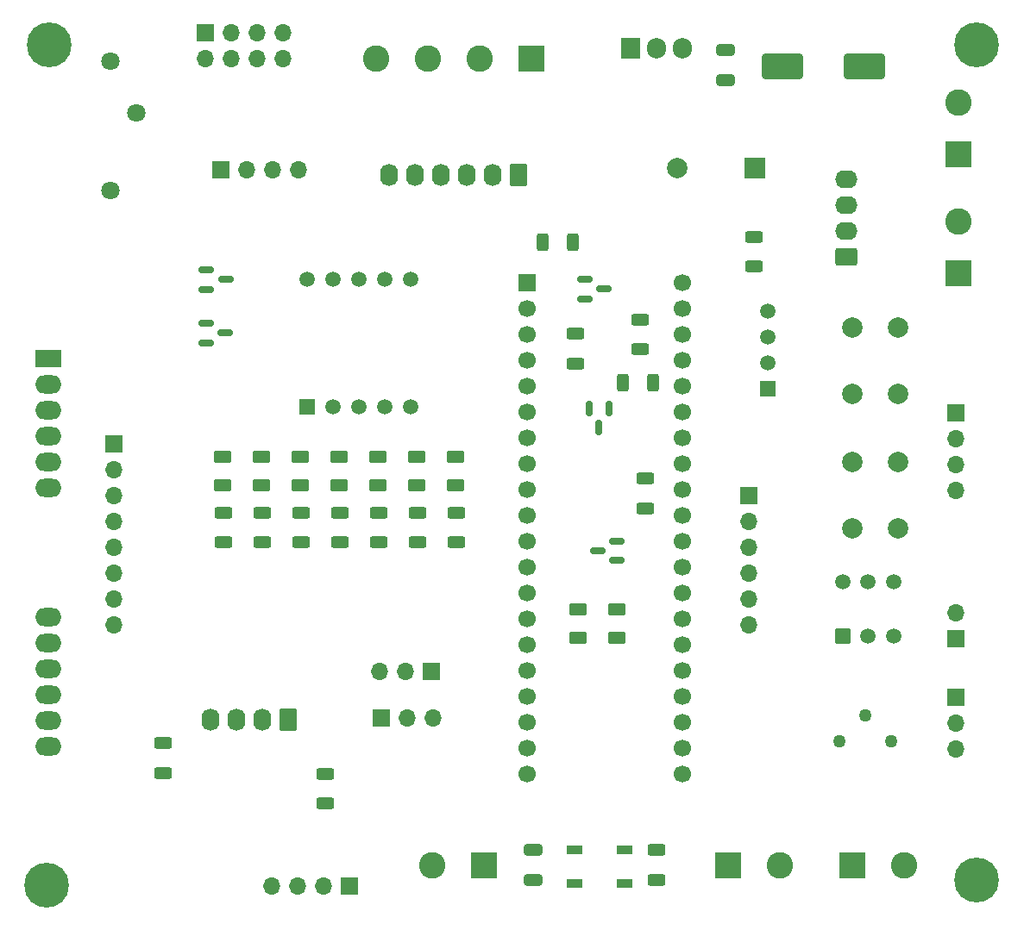
<source format=gts>
G04 #@! TF.GenerationSoftware,KiCad,Pcbnew,8.0.1*
G04 #@! TF.CreationDate,2024-03-31T20:51:03-03:00*
G04 #@! TF.ProjectId,Shield STM32 Bluepill,53686965-6c64-4205-9354-4d333220426c,2.0*
G04 #@! TF.SameCoordinates,Original*
G04 #@! TF.FileFunction,Soldermask,Top*
G04 #@! TF.FilePolarity,Negative*
%FSLAX46Y46*%
G04 Gerber Fmt 4.6, Leading zero omitted, Abs format (unit mm)*
G04 Created by KiCad (PCBNEW 8.0.1) date 2024-03-31 20:51:03*
%MOMM*%
%LPD*%
G01*
G04 APERTURE LIST*
G04 Aperture macros list*
%AMRoundRect*
0 Rectangle with rounded corners*
0 $1 Rounding radius*
0 $2 $3 $4 $5 $6 $7 $8 $9 X,Y pos of 4 corners*
0 Add a 4 corners polygon primitive as box body*
4,1,4,$2,$3,$4,$5,$6,$7,$8,$9,$2,$3,0*
0 Add four circle primitives for the rounded corners*
1,1,$1+$1,$2,$3*
1,1,$1+$1,$4,$5*
1,1,$1+$1,$6,$7*
1,1,$1+$1,$8,$9*
0 Add four rect primitives between the rounded corners*
20,1,$1+$1,$2,$3,$4,$5,0*
20,1,$1+$1,$4,$5,$6,$7,0*
20,1,$1+$1,$6,$7,$8,$9,0*
20,1,$1+$1,$8,$9,$2,$3,0*%
G04 Aperture macros list end*
%ADD10C,2.600000*%
%ADD11R,2.600000X2.600000*%
%ADD12RoundRect,0.250000X0.625000X-0.312500X0.625000X0.312500X-0.625000X0.312500X-0.625000X-0.312500X0*%
%ADD13RoundRect,0.150000X-0.587500X-0.150000X0.587500X-0.150000X0.587500X0.150000X-0.587500X0.150000X0*%
%ADD14RoundRect,0.250000X0.620000X0.845000X-0.620000X0.845000X-0.620000X-0.845000X0.620000X-0.845000X0*%
%ADD15O,1.740000X2.190000*%
%ADD16C,0.700000*%
%ADD17C,4.400000*%
%ADD18R,1.500000X1.500000*%
%ADD19C,1.500000*%
%ADD20R,1.700000X1.700000*%
%ADD21O,1.700000X1.700000*%
%ADD22RoundRect,0.250000X0.625000X-0.375000X0.625000X0.375000X-0.625000X0.375000X-0.625000X-0.375000X0*%
%ADD23C,2.000000*%
%ADD24R,2.000000X2.000000*%
%ADD25R,1.905000X2.000000*%
%ADD26O,1.905000X2.000000*%
%ADD27RoundRect,0.250000X-0.625000X0.312500X-0.625000X-0.312500X0.625000X-0.312500X0.625000X0.312500X0*%
%ADD28RoundRect,0.150000X-0.150000X0.587500X-0.150000X-0.587500X0.150000X-0.587500X0.150000X0.587500X0*%
%ADD29RoundRect,0.250000X-0.650000X0.325000X-0.650000X-0.325000X0.650000X-0.325000X0.650000X0.325000X0*%
%ADD30RoundRect,0.102000X-0.654000X-0.654000X0.654000X-0.654000X0.654000X0.654000X-0.654000X0.654000X0*%
%ADD31C,1.512000*%
%ADD32R,2.600000X1.800000*%
%ADD33O,2.600000X1.800000*%
%ADD34RoundRect,0.250000X0.312500X0.625000X-0.312500X0.625000X-0.312500X-0.625000X0.312500X-0.625000X0*%
%ADD35RoundRect,0.250000X0.845000X-0.620000X0.845000X0.620000X-0.845000X0.620000X-0.845000X-0.620000X0*%
%ADD36O,2.190000X1.740000*%
%ADD37C,1.700000*%
%ADD38C,1.800000*%
%ADD39R,1.500000X0.900000*%
%ADD40RoundRect,0.250000X1.750000X1.000000X-1.750000X1.000000X-1.750000X-1.000000X1.750000X-1.000000X0*%
%ADD41RoundRect,0.150000X0.587500X0.150000X-0.587500X0.150000X-0.587500X-0.150000X0.587500X-0.150000X0*%
%ADD42C,1.260000*%
G04 APERTURE END LIST*
D10*
X157475000Y-111557000D03*
D11*
X162555000Y-111557000D03*
D12*
X146900000Y-105475000D03*
X146900000Y-102550000D03*
D13*
X172417500Y-53980000D03*
X172417500Y-55880000D03*
X174292500Y-54930000D03*
D12*
X155981400Y-79806800D03*
X155981400Y-76881800D03*
D14*
X165862000Y-43688000D03*
D15*
X163322000Y-43688000D03*
X160782000Y-43688000D03*
X158242000Y-43688000D03*
X155702000Y-43688000D03*
X153162000Y-43688000D03*
D16*
X209250000Y-30900000D03*
X209733274Y-29733274D03*
X209733274Y-32066726D03*
X210900000Y-29250000D03*
D17*
X210900000Y-30900000D03*
D16*
X210900000Y-32550000D03*
X212066726Y-29733274D03*
X212066726Y-32066726D03*
X212550000Y-30900000D03*
D13*
X135257300Y-58290700D03*
X135257300Y-60190700D03*
X137132300Y-59240700D03*
D18*
X145186400Y-66471800D03*
D19*
X147726400Y-66471800D03*
X150266400Y-66471800D03*
X152806400Y-66471800D03*
X155346400Y-66471800D03*
X155346400Y-53971800D03*
X152806400Y-53971800D03*
X150266400Y-53971800D03*
X147726400Y-53971800D03*
X145186400Y-53971800D03*
D11*
X209093000Y-41661000D03*
D10*
X209093000Y-36581000D03*
D20*
X136652000Y-43180000D03*
D21*
X139192000Y-43180000D03*
X141732000Y-43180000D03*
X144272000Y-43180000D03*
D22*
X171704000Y-89154000D03*
X171704000Y-86354000D03*
D20*
X208788000Y-89281000D03*
D21*
X208788000Y-86741000D03*
D23*
X198628000Y-65226000D03*
X198628000Y-58726000D03*
X203128000Y-65226000D03*
X203128000Y-58726000D03*
D24*
X189083000Y-43053000D03*
D23*
X181483000Y-43053000D03*
D11*
X198628000Y-111506000D03*
D10*
X203708000Y-111506000D03*
D22*
X148312500Y-74221800D03*
X148312500Y-71421800D03*
D25*
X176911000Y-31242000D03*
D26*
X179451000Y-31242000D03*
X181991000Y-31242000D03*
D22*
X136875000Y-74221800D03*
X136875000Y-71421800D03*
D20*
X149322000Y-113538000D03*
D21*
X146782000Y-113538000D03*
X144242000Y-113538000D03*
X141702000Y-113538000D03*
D18*
X190350000Y-64750000D03*
D19*
X190350000Y-62210000D03*
X190350000Y-59670000D03*
X190350000Y-57130000D03*
D22*
X159750000Y-74221800D03*
X159750000Y-71421800D03*
D27*
X159791400Y-76881800D03*
X159791400Y-79806800D03*
D22*
X144500000Y-74221800D03*
X144500000Y-71421800D03*
D20*
X152400000Y-97028000D03*
D21*
X154940000Y-97028000D03*
X157480000Y-97028000D03*
D16*
X118183274Y-30933274D03*
X118666548Y-29766548D03*
X118666548Y-32100000D03*
X119833274Y-29283274D03*
D17*
X119833274Y-30933274D03*
D16*
X119833274Y-32583274D03*
X121000000Y-29766548D03*
X121000000Y-32100000D03*
X121483274Y-30933274D03*
D20*
X208788000Y-67056000D03*
D21*
X208788000Y-69596000D03*
X208788000Y-72136000D03*
X208788000Y-74676000D03*
D22*
X152125000Y-74221800D03*
X152125000Y-71421800D03*
D16*
X209250000Y-113000000D03*
X209733274Y-111833274D03*
X209733274Y-114166726D03*
X210900000Y-111350000D03*
D17*
X210900000Y-113000000D03*
D16*
X210900000Y-114650000D03*
X212066726Y-111833274D03*
X212066726Y-114166726D03*
X212550000Y-113000000D03*
X117960274Y-113514274D03*
X118443548Y-112347548D03*
X118443548Y-114681000D03*
X119610274Y-111864274D03*
D17*
X119610274Y-113514274D03*
D16*
X119610274Y-115164274D03*
X120777000Y-112347548D03*
X120777000Y-114681000D03*
X121260274Y-113514274D03*
D12*
X136931400Y-79806800D03*
X136931400Y-76881800D03*
D28*
X174764500Y-66692500D03*
X172864500Y-66692500D03*
X173814500Y-68567500D03*
D22*
X140687500Y-74221800D03*
X140687500Y-71421800D03*
D29*
X186182000Y-31418000D03*
X186182000Y-34368000D03*
D30*
X197702000Y-89060000D03*
D31*
X200202000Y-89060000D03*
X202702000Y-89060000D03*
X197702000Y-83660000D03*
X200202000Y-83660000D03*
X202702000Y-83660000D03*
D13*
X135290000Y-53050000D03*
X135290000Y-54950000D03*
X137165000Y-54000000D03*
D12*
X140741400Y-79806800D03*
X140741400Y-76881800D03*
D32*
X119786400Y-61722000D03*
D33*
X119786400Y-64262000D03*
X119786400Y-66802000D03*
X119786400Y-69342000D03*
X119786400Y-71882000D03*
X119786400Y-74422000D03*
X119786400Y-87122000D03*
X119786400Y-89662000D03*
X119786400Y-92202000D03*
X119786400Y-94742000D03*
X119786400Y-97282000D03*
X119786400Y-99822000D03*
D20*
X208788000Y-95040000D03*
D21*
X208788000Y-97580000D03*
X208788000Y-100120000D03*
D20*
X157338000Y-92456000D03*
D21*
X154798000Y-92456000D03*
X152258000Y-92456000D03*
D14*
X143256000Y-97262000D03*
D15*
X140716000Y-97262000D03*
X138176000Y-97262000D03*
X135636000Y-97262000D03*
D34*
X179070000Y-64135000D03*
X176145000Y-64135000D03*
D23*
X198628000Y-78434000D03*
X198628000Y-71934000D03*
X203128000Y-78434000D03*
X203128000Y-71934000D03*
D35*
X198100000Y-51770000D03*
D36*
X198100000Y-49230000D03*
X198100000Y-46690000D03*
X198100000Y-44150000D03*
D37*
X181975000Y-102605000D03*
X181975000Y-100065000D03*
X181975000Y-97525000D03*
X181975000Y-94985000D03*
X181975000Y-92445000D03*
X181975000Y-89905000D03*
X181975000Y-87365000D03*
X181975000Y-84825000D03*
X181975000Y-82285000D03*
X181975000Y-79745000D03*
X181975000Y-77205000D03*
X181975000Y-74665000D03*
X181975000Y-72125000D03*
X181975000Y-69585000D03*
X181975000Y-67045000D03*
X181975000Y-64505000D03*
X181975000Y-61965000D03*
X181975000Y-59425000D03*
X181975000Y-56885000D03*
X181975000Y-54345000D03*
D20*
X166735000Y-54345000D03*
D37*
X166735000Y-56885000D03*
X166735000Y-59425000D03*
X166735000Y-61965000D03*
X166735000Y-64505000D03*
X166735000Y-67045000D03*
X166735000Y-69585000D03*
X166735000Y-72125000D03*
X166735000Y-74665000D03*
X166735000Y-77205000D03*
X166735000Y-79745000D03*
X166735000Y-82285000D03*
X166735000Y-84825000D03*
X166735000Y-87365000D03*
X166735000Y-89905000D03*
X166735000Y-92445000D03*
X166735000Y-94985000D03*
X166735000Y-97525000D03*
X166735000Y-100065000D03*
X166735000Y-102605000D03*
D11*
X167132000Y-32258000D03*
D10*
X162052000Y-32258000D03*
X156972000Y-32258000D03*
X151892000Y-32258000D03*
D27*
X188976000Y-49784000D03*
X188976000Y-52709000D03*
D12*
X171450000Y-62230000D03*
X171450000Y-59305000D03*
D20*
X188468000Y-75184000D03*
D21*
X188468000Y-77724000D03*
X188468000Y-80264000D03*
X188468000Y-82804000D03*
X188468000Y-85344000D03*
X188468000Y-87884000D03*
D38*
X125860000Y-45220000D03*
X128400000Y-37600000D03*
X125860000Y-32520000D03*
D12*
X131025000Y-102475000D03*
X131025000Y-99550000D03*
D39*
X171392000Y-110050000D03*
X171392000Y-113350000D03*
X176292000Y-113350000D03*
X176292000Y-110050000D03*
D12*
X148361400Y-79806800D03*
X148361400Y-76881800D03*
X152171400Y-79806800D03*
X152171400Y-76881800D03*
X177800000Y-60837000D03*
X177800000Y-57912000D03*
D40*
X199834000Y-33020000D03*
X191834000Y-33020000D03*
D41*
X175562500Y-81595000D03*
X175562500Y-79695000D03*
X173687500Y-80645000D03*
D22*
X155937500Y-74221800D03*
X155937500Y-71421800D03*
D11*
X186436000Y-111570000D03*
D10*
X191516000Y-111570000D03*
D42*
X197358000Y-99314000D03*
X199898000Y-96774000D03*
X202438000Y-99314000D03*
D27*
X179450000Y-110050000D03*
X179450000Y-112975000D03*
D29*
X167350000Y-110000000D03*
X167350000Y-112950000D03*
D20*
X135128000Y-29718000D03*
D21*
X135128000Y-32258000D03*
X137668000Y-29718000D03*
X137668000Y-32258000D03*
X140208000Y-29718000D03*
X140208000Y-32258000D03*
X142748000Y-29718000D03*
X142748000Y-32258000D03*
D20*
X126170000Y-70110000D03*
D21*
X126170000Y-72650000D03*
X126170000Y-75190000D03*
X126170000Y-77730000D03*
X126170000Y-80270000D03*
X126170000Y-82810000D03*
X126170000Y-85350000D03*
X126170000Y-87890000D03*
D12*
X144551400Y-79806800D03*
X144551400Y-76881800D03*
D11*
X209042000Y-53340000D03*
D10*
X209042000Y-48260000D03*
D12*
X178308000Y-76454000D03*
X178308000Y-73529000D03*
D34*
X171196000Y-50292000D03*
X168271000Y-50292000D03*
D22*
X175514000Y-89154000D03*
X175514000Y-86354000D03*
M02*

</source>
